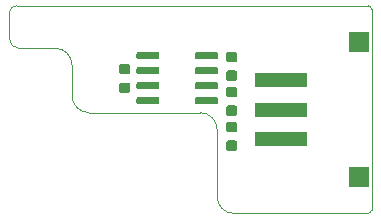
<source format=gtp>
G04 #@! TF.GenerationSoftware,KiCad,Pcbnew,5.0.1*
G04 #@! TF.CreationDate,2019-10-27T19:11:33+01:00*
G04 #@! TF.ProjectId,OtterPill-CAN,4F7474657250696C6C2D43414E2E6B69,rev?*
G04 #@! TF.SameCoordinates,Original*
G04 #@! TF.FileFunction,Paste,Top*
G04 #@! TF.FilePolarity,Positive*
%FSLAX46Y46*%
G04 Gerber Fmt 4.6, Leading zero omitted, Abs format (unit mm)*
G04 Created by KiCad (PCBNEW 5.0.1) date Sun 27 Oct 2019 07:11:33 PM CET*
%MOMM*%
%LPD*%
G01*
G04 APERTURE LIST*
%ADD10C,0.050000*%
%ADD11R,4.500000X1.300000*%
%ADD12R,1.800000X1.800000*%
%ADD13C,0.100000*%
%ADD14C,0.875000*%
%ADD15C,0.600000*%
G04 APERTURE END LIST*
D10*
X63200000Y-37100000D02*
G75*
G02X62900000Y-37400000I-300000J0D01*
G01*
X62900000Y-19800000D02*
G75*
G02X63200000Y-20100000I0J-300000D01*
G01*
X32530000Y-20410000D02*
G75*
G02X33140000Y-19800000I610000J0D01*
G01*
X33320000Y-23405246D02*
X36404426Y-23405246D01*
X32530000Y-22615246D02*
G75*
G03X33320000Y-23405246I790000J0D01*
G01*
X37834459Y-24835279D02*
G75*
G03X36404426Y-23405246I-1430033J0D01*
G01*
X37834459Y-27430000D02*
X37834459Y-24835279D01*
X50115574Y-35969966D02*
G75*
G03X51545608Y-37400000I1430034J0D01*
G01*
X37834459Y-27430000D02*
G75*
G03X39264493Y-28860034I1430034J0D01*
G01*
X48690000Y-28860000D02*
X39260000Y-28860000D01*
X50115574Y-30290034D02*
G75*
G03X48685540Y-28860000I-1430034J0D01*
G01*
X50115574Y-35964754D02*
X50115574Y-30294754D01*
X32530000Y-20410000D02*
X32530000Y-22615246D01*
X62900000Y-19800000D02*
X33140000Y-19800000D01*
X63200000Y-20110000D02*
X63200000Y-37100000D01*
X51540000Y-37400000D02*
X62900000Y-37400000D01*
D11*
G04 #@! TO.C,J3*
X55490000Y-31100000D03*
X55490000Y-28600000D03*
D12*
X62090000Y-34300000D03*
X62090000Y-22900000D03*
D11*
X55490000Y-26100000D03*
G04 #@! TD*
D13*
G04 #@! TO.C,C9*
G36*
X42577691Y-24736052D02*
X42598926Y-24739202D01*
X42619750Y-24744418D01*
X42639962Y-24751650D01*
X42659368Y-24760829D01*
X42677781Y-24771865D01*
X42695024Y-24784653D01*
X42710930Y-24799069D01*
X42725346Y-24814975D01*
X42738134Y-24832218D01*
X42749170Y-24850631D01*
X42758349Y-24870037D01*
X42765581Y-24890249D01*
X42770797Y-24911073D01*
X42773947Y-24932308D01*
X42775000Y-24953749D01*
X42775000Y-25391249D01*
X42773947Y-25412690D01*
X42770797Y-25433925D01*
X42765581Y-25454749D01*
X42758349Y-25474961D01*
X42749170Y-25494367D01*
X42738134Y-25512780D01*
X42725346Y-25530023D01*
X42710930Y-25545929D01*
X42695024Y-25560345D01*
X42677781Y-25573133D01*
X42659368Y-25584169D01*
X42639962Y-25593348D01*
X42619750Y-25600580D01*
X42598926Y-25605796D01*
X42577691Y-25608946D01*
X42556250Y-25609999D01*
X42043750Y-25609999D01*
X42022309Y-25608946D01*
X42001074Y-25605796D01*
X41980250Y-25600580D01*
X41960038Y-25593348D01*
X41940632Y-25584169D01*
X41922219Y-25573133D01*
X41904976Y-25560345D01*
X41889070Y-25545929D01*
X41874654Y-25530023D01*
X41861866Y-25512780D01*
X41850830Y-25494367D01*
X41841651Y-25474961D01*
X41834419Y-25454749D01*
X41829203Y-25433925D01*
X41826053Y-25412690D01*
X41825000Y-25391249D01*
X41825000Y-24953749D01*
X41826053Y-24932308D01*
X41829203Y-24911073D01*
X41834419Y-24890249D01*
X41841651Y-24870037D01*
X41850830Y-24850631D01*
X41861866Y-24832218D01*
X41874654Y-24814975D01*
X41889070Y-24799069D01*
X41904976Y-24784653D01*
X41922219Y-24771865D01*
X41940632Y-24760829D01*
X41960038Y-24751650D01*
X41980250Y-24744418D01*
X42001074Y-24739202D01*
X42022309Y-24736052D01*
X42043750Y-24734999D01*
X42556250Y-24734999D01*
X42577691Y-24736052D01*
X42577691Y-24736052D01*
G37*
D14*
X42300000Y-25172499D03*
D13*
G36*
X42577691Y-26311054D02*
X42598926Y-26314204D01*
X42619750Y-26319420D01*
X42639962Y-26326652D01*
X42659368Y-26335831D01*
X42677781Y-26346867D01*
X42695024Y-26359655D01*
X42710930Y-26374071D01*
X42725346Y-26389977D01*
X42738134Y-26407220D01*
X42749170Y-26425633D01*
X42758349Y-26445039D01*
X42765581Y-26465251D01*
X42770797Y-26486075D01*
X42773947Y-26507310D01*
X42775000Y-26528751D01*
X42775000Y-26966251D01*
X42773947Y-26987692D01*
X42770797Y-27008927D01*
X42765581Y-27029751D01*
X42758349Y-27049963D01*
X42749170Y-27069369D01*
X42738134Y-27087782D01*
X42725346Y-27105025D01*
X42710930Y-27120931D01*
X42695024Y-27135347D01*
X42677781Y-27148135D01*
X42659368Y-27159171D01*
X42639962Y-27168350D01*
X42619750Y-27175582D01*
X42598926Y-27180798D01*
X42577691Y-27183948D01*
X42556250Y-27185001D01*
X42043750Y-27185001D01*
X42022309Y-27183948D01*
X42001074Y-27180798D01*
X41980250Y-27175582D01*
X41960038Y-27168350D01*
X41940632Y-27159171D01*
X41922219Y-27148135D01*
X41904976Y-27135347D01*
X41889070Y-27120931D01*
X41874654Y-27105025D01*
X41861866Y-27087782D01*
X41850830Y-27069369D01*
X41841651Y-27049963D01*
X41834419Y-27029751D01*
X41829203Y-27008927D01*
X41826053Y-26987692D01*
X41825000Y-26966251D01*
X41825000Y-26528751D01*
X41826053Y-26507310D01*
X41829203Y-26486075D01*
X41834419Y-26465251D01*
X41841651Y-26445039D01*
X41850830Y-26425633D01*
X41861866Y-26407220D01*
X41874654Y-26389977D01*
X41889070Y-26374071D01*
X41904976Y-26359655D01*
X41922219Y-26346867D01*
X41940632Y-26335831D01*
X41960038Y-26326652D01*
X41980250Y-26319420D01*
X42001074Y-26314204D01*
X42022309Y-26311054D01*
X42043750Y-26310001D01*
X42556250Y-26310001D01*
X42577691Y-26311054D01*
X42577691Y-26311054D01*
G37*
D14*
X42300000Y-26747501D03*
G04 #@! TD*
D13*
G04 #@! TO.C,R5*
G36*
X51627691Y-29636053D02*
X51648926Y-29639203D01*
X51669750Y-29644419D01*
X51689962Y-29651651D01*
X51709368Y-29660830D01*
X51727781Y-29671866D01*
X51745024Y-29684654D01*
X51760930Y-29699070D01*
X51775346Y-29714976D01*
X51788134Y-29732219D01*
X51799170Y-29750632D01*
X51808349Y-29770038D01*
X51815581Y-29790250D01*
X51820797Y-29811074D01*
X51823947Y-29832309D01*
X51825000Y-29853750D01*
X51825000Y-30291250D01*
X51823947Y-30312691D01*
X51820797Y-30333926D01*
X51815581Y-30354750D01*
X51808349Y-30374962D01*
X51799170Y-30394368D01*
X51788134Y-30412781D01*
X51775346Y-30430024D01*
X51760930Y-30445930D01*
X51745024Y-30460346D01*
X51727781Y-30473134D01*
X51709368Y-30484170D01*
X51689962Y-30493349D01*
X51669750Y-30500581D01*
X51648926Y-30505797D01*
X51627691Y-30508947D01*
X51606250Y-30510000D01*
X51093750Y-30510000D01*
X51072309Y-30508947D01*
X51051074Y-30505797D01*
X51030250Y-30500581D01*
X51010038Y-30493349D01*
X50990632Y-30484170D01*
X50972219Y-30473134D01*
X50954976Y-30460346D01*
X50939070Y-30445930D01*
X50924654Y-30430024D01*
X50911866Y-30412781D01*
X50900830Y-30394368D01*
X50891651Y-30374962D01*
X50884419Y-30354750D01*
X50879203Y-30333926D01*
X50876053Y-30312691D01*
X50875000Y-30291250D01*
X50875000Y-29853750D01*
X50876053Y-29832309D01*
X50879203Y-29811074D01*
X50884419Y-29790250D01*
X50891651Y-29770038D01*
X50900830Y-29750632D01*
X50911866Y-29732219D01*
X50924654Y-29714976D01*
X50939070Y-29699070D01*
X50954976Y-29684654D01*
X50972219Y-29671866D01*
X50990632Y-29660830D01*
X51010038Y-29651651D01*
X51030250Y-29644419D01*
X51051074Y-29639203D01*
X51072309Y-29636053D01*
X51093750Y-29635000D01*
X51606250Y-29635000D01*
X51627691Y-29636053D01*
X51627691Y-29636053D01*
G37*
D14*
X51350000Y-30072500D03*
D13*
G36*
X51627691Y-31211053D02*
X51648926Y-31214203D01*
X51669750Y-31219419D01*
X51689962Y-31226651D01*
X51709368Y-31235830D01*
X51727781Y-31246866D01*
X51745024Y-31259654D01*
X51760930Y-31274070D01*
X51775346Y-31289976D01*
X51788134Y-31307219D01*
X51799170Y-31325632D01*
X51808349Y-31345038D01*
X51815581Y-31365250D01*
X51820797Y-31386074D01*
X51823947Y-31407309D01*
X51825000Y-31428750D01*
X51825000Y-31866250D01*
X51823947Y-31887691D01*
X51820797Y-31908926D01*
X51815581Y-31929750D01*
X51808349Y-31949962D01*
X51799170Y-31969368D01*
X51788134Y-31987781D01*
X51775346Y-32005024D01*
X51760930Y-32020930D01*
X51745024Y-32035346D01*
X51727781Y-32048134D01*
X51709368Y-32059170D01*
X51689962Y-32068349D01*
X51669750Y-32075581D01*
X51648926Y-32080797D01*
X51627691Y-32083947D01*
X51606250Y-32085000D01*
X51093750Y-32085000D01*
X51072309Y-32083947D01*
X51051074Y-32080797D01*
X51030250Y-32075581D01*
X51010038Y-32068349D01*
X50990632Y-32059170D01*
X50972219Y-32048134D01*
X50954976Y-32035346D01*
X50939070Y-32020930D01*
X50924654Y-32005024D01*
X50911866Y-31987781D01*
X50900830Y-31969368D01*
X50891651Y-31949962D01*
X50884419Y-31929750D01*
X50879203Y-31908926D01*
X50876053Y-31887691D01*
X50875000Y-31866250D01*
X50875000Y-31428750D01*
X50876053Y-31407309D01*
X50879203Y-31386074D01*
X50884419Y-31365250D01*
X50891651Y-31345038D01*
X50900830Y-31325632D01*
X50911866Y-31307219D01*
X50924654Y-31289976D01*
X50939070Y-31274070D01*
X50954976Y-31259654D01*
X50972219Y-31246866D01*
X50990632Y-31235830D01*
X51010038Y-31226651D01*
X51030250Y-31219419D01*
X51051074Y-31214203D01*
X51072309Y-31211053D01*
X51093750Y-31210000D01*
X51606250Y-31210000D01*
X51627691Y-31211053D01*
X51627691Y-31211053D01*
G37*
D14*
X51350000Y-31647500D03*
G04 #@! TD*
D13*
G04 #@! TO.C,U1*
G36*
X45104703Y-23735722D02*
X45119264Y-23737882D01*
X45133543Y-23741459D01*
X45147403Y-23746418D01*
X45160710Y-23752712D01*
X45173336Y-23760280D01*
X45185159Y-23769048D01*
X45196066Y-23778934D01*
X45205952Y-23789841D01*
X45214720Y-23801664D01*
X45222288Y-23814290D01*
X45228582Y-23827597D01*
X45233541Y-23841457D01*
X45237118Y-23855736D01*
X45239278Y-23870297D01*
X45240000Y-23885000D01*
X45240000Y-24185000D01*
X45239278Y-24199703D01*
X45237118Y-24214264D01*
X45233541Y-24228543D01*
X45228582Y-24242403D01*
X45222288Y-24255710D01*
X45214720Y-24268336D01*
X45205952Y-24280159D01*
X45196066Y-24291066D01*
X45185159Y-24300952D01*
X45173336Y-24309720D01*
X45160710Y-24317288D01*
X45147403Y-24323582D01*
X45133543Y-24328541D01*
X45119264Y-24332118D01*
X45104703Y-24334278D01*
X45090000Y-24335000D01*
X43440000Y-24335000D01*
X43425297Y-24334278D01*
X43410736Y-24332118D01*
X43396457Y-24328541D01*
X43382597Y-24323582D01*
X43369290Y-24317288D01*
X43356664Y-24309720D01*
X43344841Y-24300952D01*
X43333934Y-24291066D01*
X43324048Y-24280159D01*
X43315280Y-24268336D01*
X43307712Y-24255710D01*
X43301418Y-24242403D01*
X43296459Y-24228543D01*
X43292882Y-24214264D01*
X43290722Y-24199703D01*
X43290000Y-24185000D01*
X43290000Y-23885000D01*
X43290722Y-23870297D01*
X43292882Y-23855736D01*
X43296459Y-23841457D01*
X43301418Y-23827597D01*
X43307712Y-23814290D01*
X43315280Y-23801664D01*
X43324048Y-23789841D01*
X43333934Y-23778934D01*
X43344841Y-23769048D01*
X43356664Y-23760280D01*
X43369290Y-23752712D01*
X43382597Y-23746418D01*
X43396457Y-23741459D01*
X43410736Y-23737882D01*
X43425297Y-23735722D01*
X43440000Y-23735000D01*
X45090000Y-23735000D01*
X45104703Y-23735722D01*
X45104703Y-23735722D01*
G37*
D15*
X44265000Y-24035000D03*
D13*
G36*
X45104703Y-25005722D02*
X45119264Y-25007882D01*
X45133543Y-25011459D01*
X45147403Y-25016418D01*
X45160710Y-25022712D01*
X45173336Y-25030280D01*
X45185159Y-25039048D01*
X45196066Y-25048934D01*
X45205952Y-25059841D01*
X45214720Y-25071664D01*
X45222288Y-25084290D01*
X45228582Y-25097597D01*
X45233541Y-25111457D01*
X45237118Y-25125736D01*
X45239278Y-25140297D01*
X45240000Y-25155000D01*
X45240000Y-25455000D01*
X45239278Y-25469703D01*
X45237118Y-25484264D01*
X45233541Y-25498543D01*
X45228582Y-25512403D01*
X45222288Y-25525710D01*
X45214720Y-25538336D01*
X45205952Y-25550159D01*
X45196066Y-25561066D01*
X45185159Y-25570952D01*
X45173336Y-25579720D01*
X45160710Y-25587288D01*
X45147403Y-25593582D01*
X45133543Y-25598541D01*
X45119264Y-25602118D01*
X45104703Y-25604278D01*
X45090000Y-25605000D01*
X43440000Y-25605000D01*
X43425297Y-25604278D01*
X43410736Y-25602118D01*
X43396457Y-25598541D01*
X43382597Y-25593582D01*
X43369290Y-25587288D01*
X43356664Y-25579720D01*
X43344841Y-25570952D01*
X43333934Y-25561066D01*
X43324048Y-25550159D01*
X43315280Y-25538336D01*
X43307712Y-25525710D01*
X43301418Y-25512403D01*
X43296459Y-25498543D01*
X43292882Y-25484264D01*
X43290722Y-25469703D01*
X43290000Y-25455000D01*
X43290000Y-25155000D01*
X43290722Y-25140297D01*
X43292882Y-25125736D01*
X43296459Y-25111457D01*
X43301418Y-25097597D01*
X43307712Y-25084290D01*
X43315280Y-25071664D01*
X43324048Y-25059841D01*
X43333934Y-25048934D01*
X43344841Y-25039048D01*
X43356664Y-25030280D01*
X43369290Y-25022712D01*
X43382597Y-25016418D01*
X43396457Y-25011459D01*
X43410736Y-25007882D01*
X43425297Y-25005722D01*
X43440000Y-25005000D01*
X45090000Y-25005000D01*
X45104703Y-25005722D01*
X45104703Y-25005722D01*
G37*
D15*
X44265000Y-25305000D03*
D13*
G36*
X45104703Y-26275722D02*
X45119264Y-26277882D01*
X45133543Y-26281459D01*
X45147403Y-26286418D01*
X45160710Y-26292712D01*
X45173336Y-26300280D01*
X45185159Y-26309048D01*
X45196066Y-26318934D01*
X45205952Y-26329841D01*
X45214720Y-26341664D01*
X45222288Y-26354290D01*
X45228582Y-26367597D01*
X45233541Y-26381457D01*
X45237118Y-26395736D01*
X45239278Y-26410297D01*
X45240000Y-26425000D01*
X45240000Y-26725000D01*
X45239278Y-26739703D01*
X45237118Y-26754264D01*
X45233541Y-26768543D01*
X45228582Y-26782403D01*
X45222288Y-26795710D01*
X45214720Y-26808336D01*
X45205952Y-26820159D01*
X45196066Y-26831066D01*
X45185159Y-26840952D01*
X45173336Y-26849720D01*
X45160710Y-26857288D01*
X45147403Y-26863582D01*
X45133543Y-26868541D01*
X45119264Y-26872118D01*
X45104703Y-26874278D01*
X45090000Y-26875000D01*
X43440000Y-26875000D01*
X43425297Y-26874278D01*
X43410736Y-26872118D01*
X43396457Y-26868541D01*
X43382597Y-26863582D01*
X43369290Y-26857288D01*
X43356664Y-26849720D01*
X43344841Y-26840952D01*
X43333934Y-26831066D01*
X43324048Y-26820159D01*
X43315280Y-26808336D01*
X43307712Y-26795710D01*
X43301418Y-26782403D01*
X43296459Y-26768543D01*
X43292882Y-26754264D01*
X43290722Y-26739703D01*
X43290000Y-26725000D01*
X43290000Y-26425000D01*
X43290722Y-26410297D01*
X43292882Y-26395736D01*
X43296459Y-26381457D01*
X43301418Y-26367597D01*
X43307712Y-26354290D01*
X43315280Y-26341664D01*
X43324048Y-26329841D01*
X43333934Y-26318934D01*
X43344841Y-26309048D01*
X43356664Y-26300280D01*
X43369290Y-26292712D01*
X43382597Y-26286418D01*
X43396457Y-26281459D01*
X43410736Y-26277882D01*
X43425297Y-26275722D01*
X43440000Y-26275000D01*
X45090000Y-26275000D01*
X45104703Y-26275722D01*
X45104703Y-26275722D01*
G37*
D15*
X44265000Y-26575000D03*
D13*
G36*
X45104703Y-27545722D02*
X45119264Y-27547882D01*
X45133543Y-27551459D01*
X45147403Y-27556418D01*
X45160710Y-27562712D01*
X45173336Y-27570280D01*
X45185159Y-27579048D01*
X45196066Y-27588934D01*
X45205952Y-27599841D01*
X45214720Y-27611664D01*
X45222288Y-27624290D01*
X45228582Y-27637597D01*
X45233541Y-27651457D01*
X45237118Y-27665736D01*
X45239278Y-27680297D01*
X45240000Y-27695000D01*
X45240000Y-27995000D01*
X45239278Y-28009703D01*
X45237118Y-28024264D01*
X45233541Y-28038543D01*
X45228582Y-28052403D01*
X45222288Y-28065710D01*
X45214720Y-28078336D01*
X45205952Y-28090159D01*
X45196066Y-28101066D01*
X45185159Y-28110952D01*
X45173336Y-28119720D01*
X45160710Y-28127288D01*
X45147403Y-28133582D01*
X45133543Y-28138541D01*
X45119264Y-28142118D01*
X45104703Y-28144278D01*
X45090000Y-28145000D01*
X43440000Y-28145000D01*
X43425297Y-28144278D01*
X43410736Y-28142118D01*
X43396457Y-28138541D01*
X43382597Y-28133582D01*
X43369290Y-28127288D01*
X43356664Y-28119720D01*
X43344841Y-28110952D01*
X43333934Y-28101066D01*
X43324048Y-28090159D01*
X43315280Y-28078336D01*
X43307712Y-28065710D01*
X43301418Y-28052403D01*
X43296459Y-28038543D01*
X43292882Y-28024264D01*
X43290722Y-28009703D01*
X43290000Y-27995000D01*
X43290000Y-27695000D01*
X43290722Y-27680297D01*
X43292882Y-27665736D01*
X43296459Y-27651457D01*
X43301418Y-27637597D01*
X43307712Y-27624290D01*
X43315280Y-27611664D01*
X43324048Y-27599841D01*
X43333934Y-27588934D01*
X43344841Y-27579048D01*
X43356664Y-27570280D01*
X43369290Y-27562712D01*
X43382597Y-27556418D01*
X43396457Y-27551459D01*
X43410736Y-27547882D01*
X43425297Y-27545722D01*
X43440000Y-27545000D01*
X45090000Y-27545000D01*
X45104703Y-27545722D01*
X45104703Y-27545722D01*
G37*
D15*
X44265000Y-27845000D03*
D13*
G36*
X50054703Y-27545722D02*
X50069264Y-27547882D01*
X50083543Y-27551459D01*
X50097403Y-27556418D01*
X50110710Y-27562712D01*
X50123336Y-27570280D01*
X50135159Y-27579048D01*
X50146066Y-27588934D01*
X50155952Y-27599841D01*
X50164720Y-27611664D01*
X50172288Y-27624290D01*
X50178582Y-27637597D01*
X50183541Y-27651457D01*
X50187118Y-27665736D01*
X50189278Y-27680297D01*
X50190000Y-27695000D01*
X50190000Y-27995000D01*
X50189278Y-28009703D01*
X50187118Y-28024264D01*
X50183541Y-28038543D01*
X50178582Y-28052403D01*
X50172288Y-28065710D01*
X50164720Y-28078336D01*
X50155952Y-28090159D01*
X50146066Y-28101066D01*
X50135159Y-28110952D01*
X50123336Y-28119720D01*
X50110710Y-28127288D01*
X50097403Y-28133582D01*
X50083543Y-28138541D01*
X50069264Y-28142118D01*
X50054703Y-28144278D01*
X50040000Y-28145000D01*
X48390000Y-28145000D01*
X48375297Y-28144278D01*
X48360736Y-28142118D01*
X48346457Y-28138541D01*
X48332597Y-28133582D01*
X48319290Y-28127288D01*
X48306664Y-28119720D01*
X48294841Y-28110952D01*
X48283934Y-28101066D01*
X48274048Y-28090159D01*
X48265280Y-28078336D01*
X48257712Y-28065710D01*
X48251418Y-28052403D01*
X48246459Y-28038543D01*
X48242882Y-28024264D01*
X48240722Y-28009703D01*
X48240000Y-27995000D01*
X48240000Y-27695000D01*
X48240722Y-27680297D01*
X48242882Y-27665736D01*
X48246459Y-27651457D01*
X48251418Y-27637597D01*
X48257712Y-27624290D01*
X48265280Y-27611664D01*
X48274048Y-27599841D01*
X48283934Y-27588934D01*
X48294841Y-27579048D01*
X48306664Y-27570280D01*
X48319290Y-27562712D01*
X48332597Y-27556418D01*
X48346457Y-27551459D01*
X48360736Y-27547882D01*
X48375297Y-27545722D01*
X48390000Y-27545000D01*
X50040000Y-27545000D01*
X50054703Y-27545722D01*
X50054703Y-27545722D01*
G37*
D15*
X49215000Y-27845000D03*
D13*
G36*
X50054703Y-26275722D02*
X50069264Y-26277882D01*
X50083543Y-26281459D01*
X50097403Y-26286418D01*
X50110710Y-26292712D01*
X50123336Y-26300280D01*
X50135159Y-26309048D01*
X50146066Y-26318934D01*
X50155952Y-26329841D01*
X50164720Y-26341664D01*
X50172288Y-26354290D01*
X50178582Y-26367597D01*
X50183541Y-26381457D01*
X50187118Y-26395736D01*
X50189278Y-26410297D01*
X50190000Y-26425000D01*
X50190000Y-26725000D01*
X50189278Y-26739703D01*
X50187118Y-26754264D01*
X50183541Y-26768543D01*
X50178582Y-26782403D01*
X50172288Y-26795710D01*
X50164720Y-26808336D01*
X50155952Y-26820159D01*
X50146066Y-26831066D01*
X50135159Y-26840952D01*
X50123336Y-26849720D01*
X50110710Y-26857288D01*
X50097403Y-26863582D01*
X50083543Y-26868541D01*
X50069264Y-26872118D01*
X50054703Y-26874278D01*
X50040000Y-26875000D01*
X48390000Y-26875000D01*
X48375297Y-26874278D01*
X48360736Y-26872118D01*
X48346457Y-26868541D01*
X48332597Y-26863582D01*
X48319290Y-26857288D01*
X48306664Y-26849720D01*
X48294841Y-26840952D01*
X48283934Y-26831066D01*
X48274048Y-26820159D01*
X48265280Y-26808336D01*
X48257712Y-26795710D01*
X48251418Y-26782403D01*
X48246459Y-26768543D01*
X48242882Y-26754264D01*
X48240722Y-26739703D01*
X48240000Y-26725000D01*
X48240000Y-26425000D01*
X48240722Y-26410297D01*
X48242882Y-26395736D01*
X48246459Y-26381457D01*
X48251418Y-26367597D01*
X48257712Y-26354290D01*
X48265280Y-26341664D01*
X48274048Y-26329841D01*
X48283934Y-26318934D01*
X48294841Y-26309048D01*
X48306664Y-26300280D01*
X48319290Y-26292712D01*
X48332597Y-26286418D01*
X48346457Y-26281459D01*
X48360736Y-26277882D01*
X48375297Y-26275722D01*
X48390000Y-26275000D01*
X50040000Y-26275000D01*
X50054703Y-26275722D01*
X50054703Y-26275722D01*
G37*
D15*
X49215000Y-26575000D03*
D13*
G36*
X50054703Y-25005722D02*
X50069264Y-25007882D01*
X50083543Y-25011459D01*
X50097403Y-25016418D01*
X50110710Y-25022712D01*
X50123336Y-25030280D01*
X50135159Y-25039048D01*
X50146066Y-25048934D01*
X50155952Y-25059841D01*
X50164720Y-25071664D01*
X50172288Y-25084290D01*
X50178582Y-25097597D01*
X50183541Y-25111457D01*
X50187118Y-25125736D01*
X50189278Y-25140297D01*
X50190000Y-25155000D01*
X50190000Y-25455000D01*
X50189278Y-25469703D01*
X50187118Y-25484264D01*
X50183541Y-25498543D01*
X50178582Y-25512403D01*
X50172288Y-25525710D01*
X50164720Y-25538336D01*
X50155952Y-25550159D01*
X50146066Y-25561066D01*
X50135159Y-25570952D01*
X50123336Y-25579720D01*
X50110710Y-25587288D01*
X50097403Y-25593582D01*
X50083543Y-25598541D01*
X50069264Y-25602118D01*
X50054703Y-25604278D01*
X50040000Y-25605000D01*
X48390000Y-25605000D01*
X48375297Y-25604278D01*
X48360736Y-25602118D01*
X48346457Y-25598541D01*
X48332597Y-25593582D01*
X48319290Y-25587288D01*
X48306664Y-25579720D01*
X48294841Y-25570952D01*
X48283934Y-25561066D01*
X48274048Y-25550159D01*
X48265280Y-25538336D01*
X48257712Y-25525710D01*
X48251418Y-25512403D01*
X48246459Y-25498543D01*
X48242882Y-25484264D01*
X48240722Y-25469703D01*
X48240000Y-25455000D01*
X48240000Y-25155000D01*
X48240722Y-25140297D01*
X48242882Y-25125736D01*
X48246459Y-25111457D01*
X48251418Y-25097597D01*
X48257712Y-25084290D01*
X48265280Y-25071664D01*
X48274048Y-25059841D01*
X48283934Y-25048934D01*
X48294841Y-25039048D01*
X48306664Y-25030280D01*
X48319290Y-25022712D01*
X48332597Y-25016418D01*
X48346457Y-25011459D01*
X48360736Y-25007882D01*
X48375297Y-25005722D01*
X48390000Y-25005000D01*
X50040000Y-25005000D01*
X50054703Y-25005722D01*
X50054703Y-25005722D01*
G37*
D15*
X49215000Y-25305000D03*
D13*
G36*
X50054703Y-23735722D02*
X50069264Y-23737882D01*
X50083543Y-23741459D01*
X50097403Y-23746418D01*
X50110710Y-23752712D01*
X50123336Y-23760280D01*
X50135159Y-23769048D01*
X50146066Y-23778934D01*
X50155952Y-23789841D01*
X50164720Y-23801664D01*
X50172288Y-23814290D01*
X50178582Y-23827597D01*
X50183541Y-23841457D01*
X50187118Y-23855736D01*
X50189278Y-23870297D01*
X50190000Y-23885000D01*
X50190000Y-24185000D01*
X50189278Y-24199703D01*
X50187118Y-24214264D01*
X50183541Y-24228543D01*
X50178582Y-24242403D01*
X50172288Y-24255710D01*
X50164720Y-24268336D01*
X50155952Y-24280159D01*
X50146066Y-24291066D01*
X50135159Y-24300952D01*
X50123336Y-24309720D01*
X50110710Y-24317288D01*
X50097403Y-24323582D01*
X50083543Y-24328541D01*
X50069264Y-24332118D01*
X50054703Y-24334278D01*
X50040000Y-24335000D01*
X48390000Y-24335000D01*
X48375297Y-24334278D01*
X48360736Y-24332118D01*
X48346457Y-24328541D01*
X48332597Y-24323582D01*
X48319290Y-24317288D01*
X48306664Y-24309720D01*
X48294841Y-24300952D01*
X48283934Y-24291066D01*
X48274048Y-24280159D01*
X48265280Y-24268336D01*
X48257712Y-24255710D01*
X48251418Y-24242403D01*
X48246459Y-24228543D01*
X48242882Y-24214264D01*
X48240722Y-24199703D01*
X48240000Y-24185000D01*
X48240000Y-23885000D01*
X48240722Y-23870297D01*
X48242882Y-23855736D01*
X48246459Y-23841457D01*
X48251418Y-23827597D01*
X48257712Y-23814290D01*
X48265280Y-23801664D01*
X48274048Y-23789841D01*
X48283934Y-23778934D01*
X48294841Y-23769048D01*
X48306664Y-23760280D01*
X48319290Y-23752712D01*
X48332597Y-23746418D01*
X48346457Y-23741459D01*
X48360736Y-23737882D01*
X48375297Y-23735722D01*
X48390000Y-23735000D01*
X50040000Y-23735000D01*
X50054703Y-23735722D01*
X50054703Y-23735722D01*
G37*
D15*
X49215000Y-24035000D03*
G04 #@! TD*
D13*
G04 #@! TO.C,R2*
G36*
X51627691Y-28251053D02*
X51648926Y-28254203D01*
X51669750Y-28259419D01*
X51689962Y-28266651D01*
X51709368Y-28275830D01*
X51727781Y-28286866D01*
X51745024Y-28299654D01*
X51760930Y-28314070D01*
X51775346Y-28329976D01*
X51788134Y-28347219D01*
X51799170Y-28365632D01*
X51808349Y-28385038D01*
X51815581Y-28405250D01*
X51820797Y-28426074D01*
X51823947Y-28447309D01*
X51825000Y-28468750D01*
X51825000Y-28906250D01*
X51823947Y-28927691D01*
X51820797Y-28948926D01*
X51815581Y-28969750D01*
X51808349Y-28989962D01*
X51799170Y-29009368D01*
X51788134Y-29027781D01*
X51775346Y-29045024D01*
X51760930Y-29060930D01*
X51745024Y-29075346D01*
X51727781Y-29088134D01*
X51709368Y-29099170D01*
X51689962Y-29108349D01*
X51669750Y-29115581D01*
X51648926Y-29120797D01*
X51627691Y-29123947D01*
X51606250Y-29125000D01*
X51093750Y-29125000D01*
X51072309Y-29123947D01*
X51051074Y-29120797D01*
X51030250Y-29115581D01*
X51010038Y-29108349D01*
X50990632Y-29099170D01*
X50972219Y-29088134D01*
X50954976Y-29075346D01*
X50939070Y-29060930D01*
X50924654Y-29045024D01*
X50911866Y-29027781D01*
X50900830Y-29009368D01*
X50891651Y-28989962D01*
X50884419Y-28969750D01*
X50879203Y-28948926D01*
X50876053Y-28927691D01*
X50875000Y-28906250D01*
X50875000Y-28468750D01*
X50876053Y-28447309D01*
X50879203Y-28426074D01*
X50884419Y-28405250D01*
X50891651Y-28385038D01*
X50900830Y-28365632D01*
X50911866Y-28347219D01*
X50924654Y-28329976D01*
X50939070Y-28314070D01*
X50954976Y-28299654D01*
X50972219Y-28286866D01*
X50990632Y-28275830D01*
X51010038Y-28266651D01*
X51030250Y-28259419D01*
X51051074Y-28254203D01*
X51072309Y-28251053D01*
X51093750Y-28250000D01*
X51606250Y-28250000D01*
X51627691Y-28251053D01*
X51627691Y-28251053D01*
G37*
D14*
X51350000Y-28687500D03*
D13*
G36*
X51627691Y-26676053D02*
X51648926Y-26679203D01*
X51669750Y-26684419D01*
X51689962Y-26691651D01*
X51709368Y-26700830D01*
X51727781Y-26711866D01*
X51745024Y-26724654D01*
X51760930Y-26739070D01*
X51775346Y-26754976D01*
X51788134Y-26772219D01*
X51799170Y-26790632D01*
X51808349Y-26810038D01*
X51815581Y-26830250D01*
X51820797Y-26851074D01*
X51823947Y-26872309D01*
X51825000Y-26893750D01*
X51825000Y-27331250D01*
X51823947Y-27352691D01*
X51820797Y-27373926D01*
X51815581Y-27394750D01*
X51808349Y-27414962D01*
X51799170Y-27434368D01*
X51788134Y-27452781D01*
X51775346Y-27470024D01*
X51760930Y-27485930D01*
X51745024Y-27500346D01*
X51727781Y-27513134D01*
X51709368Y-27524170D01*
X51689962Y-27533349D01*
X51669750Y-27540581D01*
X51648926Y-27545797D01*
X51627691Y-27548947D01*
X51606250Y-27550000D01*
X51093750Y-27550000D01*
X51072309Y-27548947D01*
X51051074Y-27545797D01*
X51030250Y-27540581D01*
X51010038Y-27533349D01*
X50990632Y-27524170D01*
X50972219Y-27513134D01*
X50954976Y-27500346D01*
X50939070Y-27485930D01*
X50924654Y-27470024D01*
X50911866Y-27452781D01*
X50900830Y-27434368D01*
X50891651Y-27414962D01*
X50884419Y-27394750D01*
X50879203Y-27373926D01*
X50876053Y-27352691D01*
X50875000Y-27331250D01*
X50875000Y-26893750D01*
X50876053Y-26872309D01*
X50879203Y-26851074D01*
X50884419Y-26830250D01*
X50891651Y-26810038D01*
X50900830Y-26790632D01*
X50911866Y-26772219D01*
X50924654Y-26754976D01*
X50939070Y-26739070D01*
X50954976Y-26724654D01*
X50972219Y-26711866D01*
X50990632Y-26700830D01*
X51010038Y-26691651D01*
X51030250Y-26684419D01*
X51051074Y-26679203D01*
X51072309Y-26676053D01*
X51093750Y-26675000D01*
X51606250Y-26675000D01*
X51627691Y-26676053D01*
X51627691Y-26676053D01*
G37*
D14*
X51350000Y-27112500D03*
G04 #@! TD*
D13*
G04 #@! TO.C,R1*
G36*
X51627691Y-23718553D02*
X51648926Y-23721703D01*
X51669750Y-23726919D01*
X51689962Y-23734151D01*
X51709368Y-23743330D01*
X51727781Y-23754366D01*
X51745024Y-23767154D01*
X51760930Y-23781570D01*
X51775346Y-23797476D01*
X51788134Y-23814719D01*
X51799170Y-23833132D01*
X51808349Y-23852538D01*
X51815581Y-23872750D01*
X51820797Y-23893574D01*
X51823947Y-23914809D01*
X51825000Y-23936250D01*
X51825000Y-24373750D01*
X51823947Y-24395191D01*
X51820797Y-24416426D01*
X51815581Y-24437250D01*
X51808349Y-24457462D01*
X51799170Y-24476868D01*
X51788134Y-24495281D01*
X51775346Y-24512524D01*
X51760930Y-24528430D01*
X51745024Y-24542846D01*
X51727781Y-24555634D01*
X51709368Y-24566670D01*
X51689962Y-24575849D01*
X51669750Y-24583081D01*
X51648926Y-24588297D01*
X51627691Y-24591447D01*
X51606250Y-24592500D01*
X51093750Y-24592500D01*
X51072309Y-24591447D01*
X51051074Y-24588297D01*
X51030250Y-24583081D01*
X51010038Y-24575849D01*
X50990632Y-24566670D01*
X50972219Y-24555634D01*
X50954976Y-24542846D01*
X50939070Y-24528430D01*
X50924654Y-24512524D01*
X50911866Y-24495281D01*
X50900830Y-24476868D01*
X50891651Y-24457462D01*
X50884419Y-24437250D01*
X50879203Y-24416426D01*
X50876053Y-24395191D01*
X50875000Y-24373750D01*
X50875000Y-23936250D01*
X50876053Y-23914809D01*
X50879203Y-23893574D01*
X50884419Y-23872750D01*
X50891651Y-23852538D01*
X50900830Y-23833132D01*
X50911866Y-23814719D01*
X50924654Y-23797476D01*
X50939070Y-23781570D01*
X50954976Y-23767154D01*
X50972219Y-23754366D01*
X50990632Y-23743330D01*
X51010038Y-23734151D01*
X51030250Y-23726919D01*
X51051074Y-23721703D01*
X51072309Y-23718553D01*
X51093750Y-23717500D01*
X51606250Y-23717500D01*
X51627691Y-23718553D01*
X51627691Y-23718553D01*
G37*
D14*
X51350000Y-24155000D03*
D13*
G36*
X51627691Y-25293553D02*
X51648926Y-25296703D01*
X51669750Y-25301919D01*
X51689962Y-25309151D01*
X51709368Y-25318330D01*
X51727781Y-25329366D01*
X51745024Y-25342154D01*
X51760930Y-25356570D01*
X51775346Y-25372476D01*
X51788134Y-25389719D01*
X51799170Y-25408132D01*
X51808349Y-25427538D01*
X51815581Y-25447750D01*
X51820797Y-25468574D01*
X51823947Y-25489809D01*
X51825000Y-25511250D01*
X51825000Y-25948750D01*
X51823947Y-25970191D01*
X51820797Y-25991426D01*
X51815581Y-26012250D01*
X51808349Y-26032462D01*
X51799170Y-26051868D01*
X51788134Y-26070281D01*
X51775346Y-26087524D01*
X51760930Y-26103430D01*
X51745024Y-26117846D01*
X51727781Y-26130634D01*
X51709368Y-26141670D01*
X51689962Y-26150849D01*
X51669750Y-26158081D01*
X51648926Y-26163297D01*
X51627691Y-26166447D01*
X51606250Y-26167500D01*
X51093750Y-26167500D01*
X51072309Y-26166447D01*
X51051074Y-26163297D01*
X51030250Y-26158081D01*
X51010038Y-26150849D01*
X50990632Y-26141670D01*
X50972219Y-26130634D01*
X50954976Y-26117846D01*
X50939070Y-26103430D01*
X50924654Y-26087524D01*
X50911866Y-26070281D01*
X50900830Y-26051868D01*
X50891651Y-26032462D01*
X50884419Y-26012250D01*
X50879203Y-25991426D01*
X50876053Y-25970191D01*
X50875000Y-25948750D01*
X50875000Y-25511250D01*
X50876053Y-25489809D01*
X50879203Y-25468574D01*
X50884419Y-25447750D01*
X50891651Y-25427538D01*
X50900830Y-25408132D01*
X50911866Y-25389719D01*
X50924654Y-25372476D01*
X50939070Y-25356570D01*
X50954976Y-25342154D01*
X50972219Y-25329366D01*
X50990632Y-25318330D01*
X51010038Y-25309151D01*
X51030250Y-25301919D01*
X51051074Y-25296703D01*
X51072309Y-25293553D01*
X51093750Y-25292500D01*
X51606250Y-25292500D01*
X51627691Y-25293553D01*
X51627691Y-25293553D01*
G37*
D14*
X51350000Y-25730000D03*
G04 #@! TD*
M02*

</source>
